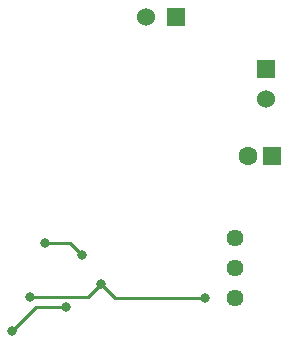
<source format=gbr>
%TF.GenerationSoftware,KiCad,Pcbnew,8.0.5*%
%TF.CreationDate,2024-10-12T23:00:00+02:00*%
%TF.ProjectId,SCS TSAL Green LED,53435320-5453-4414-9c20-477265656e20,rev?*%
%TF.SameCoordinates,Original*%
%TF.FileFunction,Copper,L2,Bot*%
%TF.FilePolarity,Positive*%
%FSLAX46Y46*%
G04 Gerber Fmt 4.6, Leading zero omitted, Abs format (unit mm)*
G04 Created by KiCad (PCBNEW 8.0.5) date 2024-10-12 23:00:00*
%MOMM*%
%LPD*%
G01*
G04 APERTURE LIST*
%TA.AperFunction,ComponentPad*%
%ADD10R,1.530000X1.530000*%
%TD*%
%TA.AperFunction,ComponentPad*%
%ADD11C,1.530000*%
%TD*%
%TA.AperFunction,ComponentPad*%
%ADD12C,1.440000*%
%TD*%
%TA.AperFunction,ComponentPad*%
%ADD13R,1.600000X1.600000*%
%TD*%
%TA.AperFunction,ComponentPad*%
%ADD14C,1.600000*%
%TD*%
%TA.AperFunction,ViaPad*%
%ADD15C,0.800000*%
%TD*%
%TA.AperFunction,Conductor*%
%ADD16C,0.250000*%
%TD*%
G04 APERTURE END LIST*
D10*
%TO.P,J2,1,1*%
%TO.N,GND*%
X99341478Y-57492361D03*
D11*
%TO.P,J2,2,2*%
%TO.N,+12V*%
X99341478Y-60032361D03*
%TD*%
D10*
%TO.P,J1,1,1*%
%TO.N,/LED_Power*%
X91721478Y-53047361D03*
D11*
%TO.P,J1,2,2*%
%TO.N,/Raw_LED_On*%
X89181478Y-53047361D03*
%TD*%
D12*
%TO.P,U3,1,+VIN*%
%TO.N,+12V*%
X96769478Y-71777861D03*
%TO.P,U3,2,GND*%
%TO.N,GND*%
X96769478Y-74317861D03*
%TO.P,U3,3,+VOUT*%
%TO.N,+5V*%
X96769478Y-76857861D03*
%TD*%
D13*
%TO.P,C1,1*%
%TO.N,GND*%
X99849478Y-64858361D03*
D14*
%TO.P,C1,2*%
%TO.N,+12V*%
X97849478Y-64858361D03*
%TD*%
D15*
%TO.N,+5V*%
X94185278Y-76847161D03*
X85422278Y-75653361D03*
X79377078Y-76745561D03*
%TO.N,/LED_On*%
X80647078Y-72198961D03*
X83769376Y-73216863D03*
%TO.N,GND*%
X77827678Y-79641161D03*
X82425078Y-77583761D03*
%TD*%
D16*
%TO.N,+5V*%
X84330078Y-76745561D02*
X85422278Y-75653361D01*
X86616078Y-76847161D02*
X85422278Y-75653361D01*
X94185278Y-76847161D02*
X86616078Y-76847161D01*
X79377078Y-76745561D02*
X84330078Y-76745561D01*
%TO.N,/LED_On*%
X82751474Y-72198961D02*
X80647078Y-72198961D01*
X83769376Y-73216863D02*
X82751474Y-72198961D01*
%TO.N,GND*%
X79885078Y-77583761D02*
X77827678Y-79641161D01*
X82425078Y-77583761D02*
X79885078Y-77583761D01*
%TD*%
M02*

</source>
